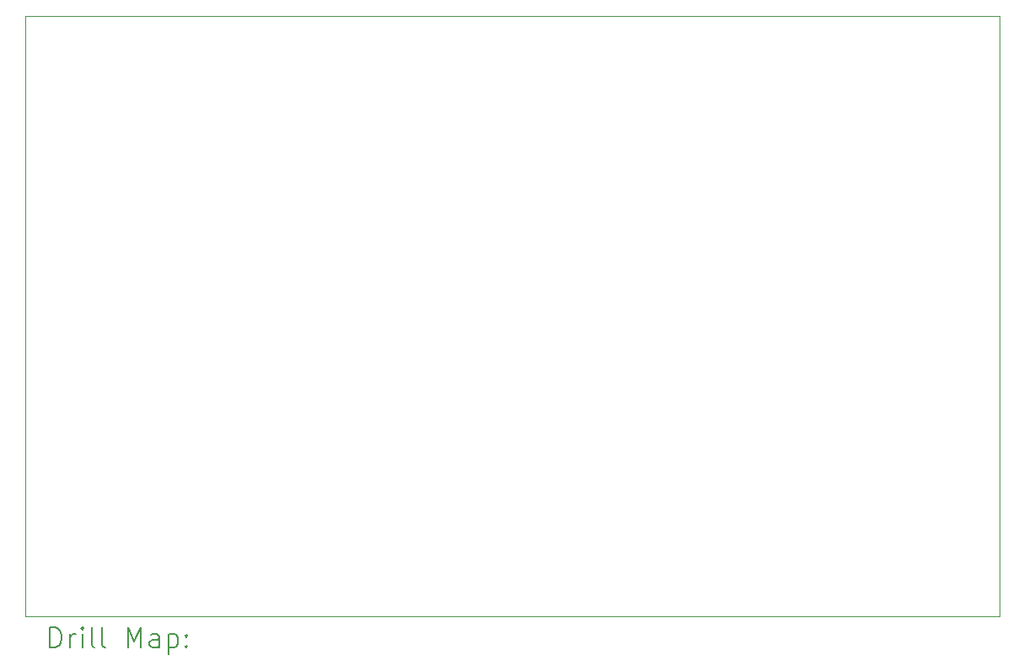
<source format=gbr>
%TF.GenerationSoftware,KiCad,Pcbnew,6.0.8-f2edbf62ab~116~ubuntu20.04.1*%
%TF.CreationDate,2023-02-28T14:51:59-03:00*%
%TF.ProjectId,placa-TAI,706c6163-612d-4544-9149-2e6b69636164,rev?*%
%TF.SameCoordinates,Original*%
%TF.FileFunction,Drillmap*%
%TF.FilePolarity,Positive*%
%FSLAX45Y45*%
G04 Gerber Fmt 4.5, Leading zero omitted, Abs format (unit mm)*
G04 Created by KiCad (PCBNEW 6.0.8-f2edbf62ab~116~ubuntu20.04.1) date 2023-02-28 14:51:59*
%MOMM*%
%LPD*%
G01*
G04 APERTURE LIST*
%ADD10C,0.100000*%
%ADD11C,0.200000*%
G04 APERTURE END LIST*
D10*
X9115000Y-6069000D02*
X18907000Y-6069000D01*
X18907000Y-6069000D02*
X18907000Y-12100000D01*
X18907000Y-12100000D02*
X9115000Y-12100000D01*
X9115000Y-12100000D02*
X9115000Y-6069000D01*
D11*
X9367619Y-12415476D02*
X9367619Y-12215476D01*
X9415238Y-12215476D01*
X9443810Y-12225000D01*
X9462857Y-12244048D01*
X9472381Y-12263095D01*
X9481905Y-12301190D01*
X9481905Y-12329762D01*
X9472381Y-12367857D01*
X9462857Y-12386905D01*
X9443810Y-12405952D01*
X9415238Y-12415476D01*
X9367619Y-12415476D01*
X9567619Y-12415476D02*
X9567619Y-12282143D01*
X9567619Y-12320238D02*
X9577143Y-12301190D01*
X9586667Y-12291667D01*
X9605714Y-12282143D01*
X9624762Y-12282143D01*
X9691429Y-12415476D02*
X9691429Y-12282143D01*
X9691429Y-12215476D02*
X9681905Y-12225000D01*
X9691429Y-12234524D01*
X9700952Y-12225000D01*
X9691429Y-12215476D01*
X9691429Y-12234524D01*
X9815238Y-12415476D02*
X9796190Y-12405952D01*
X9786667Y-12386905D01*
X9786667Y-12215476D01*
X9920000Y-12415476D02*
X9900952Y-12405952D01*
X9891429Y-12386905D01*
X9891429Y-12215476D01*
X10148571Y-12415476D02*
X10148571Y-12215476D01*
X10215238Y-12358333D01*
X10281905Y-12215476D01*
X10281905Y-12415476D01*
X10462857Y-12415476D02*
X10462857Y-12310714D01*
X10453333Y-12291667D01*
X10434286Y-12282143D01*
X10396190Y-12282143D01*
X10377143Y-12291667D01*
X10462857Y-12405952D02*
X10443810Y-12415476D01*
X10396190Y-12415476D01*
X10377143Y-12405952D01*
X10367619Y-12386905D01*
X10367619Y-12367857D01*
X10377143Y-12348809D01*
X10396190Y-12339286D01*
X10443810Y-12339286D01*
X10462857Y-12329762D01*
X10558095Y-12282143D02*
X10558095Y-12482143D01*
X10558095Y-12291667D02*
X10577143Y-12282143D01*
X10615238Y-12282143D01*
X10634286Y-12291667D01*
X10643810Y-12301190D01*
X10653333Y-12320238D01*
X10653333Y-12377381D01*
X10643810Y-12396428D01*
X10634286Y-12405952D01*
X10615238Y-12415476D01*
X10577143Y-12415476D01*
X10558095Y-12405952D01*
X10739048Y-12396428D02*
X10748571Y-12405952D01*
X10739048Y-12415476D01*
X10729524Y-12405952D01*
X10739048Y-12396428D01*
X10739048Y-12415476D01*
X10739048Y-12291667D02*
X10748571Y-12301190D01*
X10739048Y-12310714D01*
X10729524Y-12301190D01*
X10739048Y-12291667D01*
X10739048Y-12310714D01*
M02*

</source>
